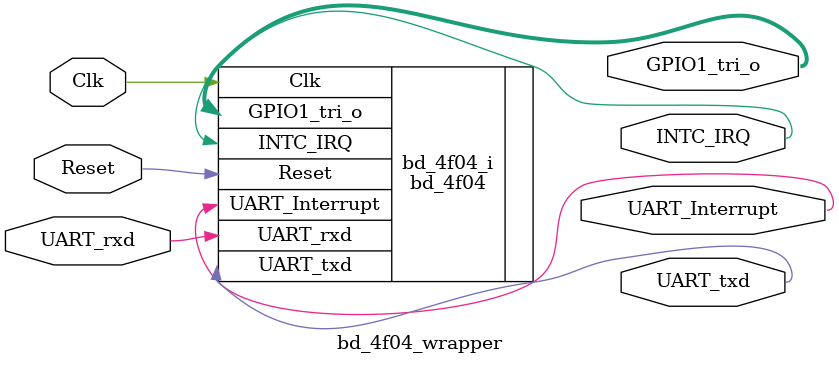
<source format=v>
`timescale 1 ps / 1 ps

module bd_4f04_wrapper
   (Clk,
    GPIO1_tri_o,
    INTC_IRQ,
    Reset,
    UART_Interrupt,
    UART_rxd,
    UART_txd);
  input Clk;
  output [7:0]GPIO1_tri_o;
  output INTC_IRQ;
  input Reset;
  output UART_Interrupt;
  input UART_rxd;
  output UART_txd;

  wire Clk;
  wire [7:0]GPIO1_tri_o;
  wire INTC_IRQ;
  wire Reset;
  wire UART_Interrupt;
  wire UART_rxd;
  wire UART_txd;

  bd_4f04 bd_4f04_i
       (.Clk(Clk),
        .GPIO1_tri_o(GPIO1_tri_o),
        .INTC_IRQ(INTC_IRQ),
        .Reset(Reset),
        .UART_Interrupt(UART_Interrupt),
        .UART_rxd(UART_rxd),
        .UART_txd(UART_txd));
endmodule

</source>
